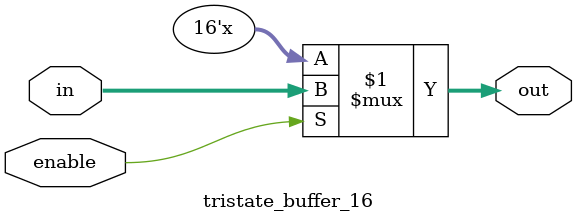
<source format=v>
`timescale 1ns / 1ps
module tristate_buffer_16(input enable, input [15:0] in, output [15:0] out);
    assign out = enable ? in : 16'bzzzzzzzzzzzzzzzz;
endmodule

</source>
